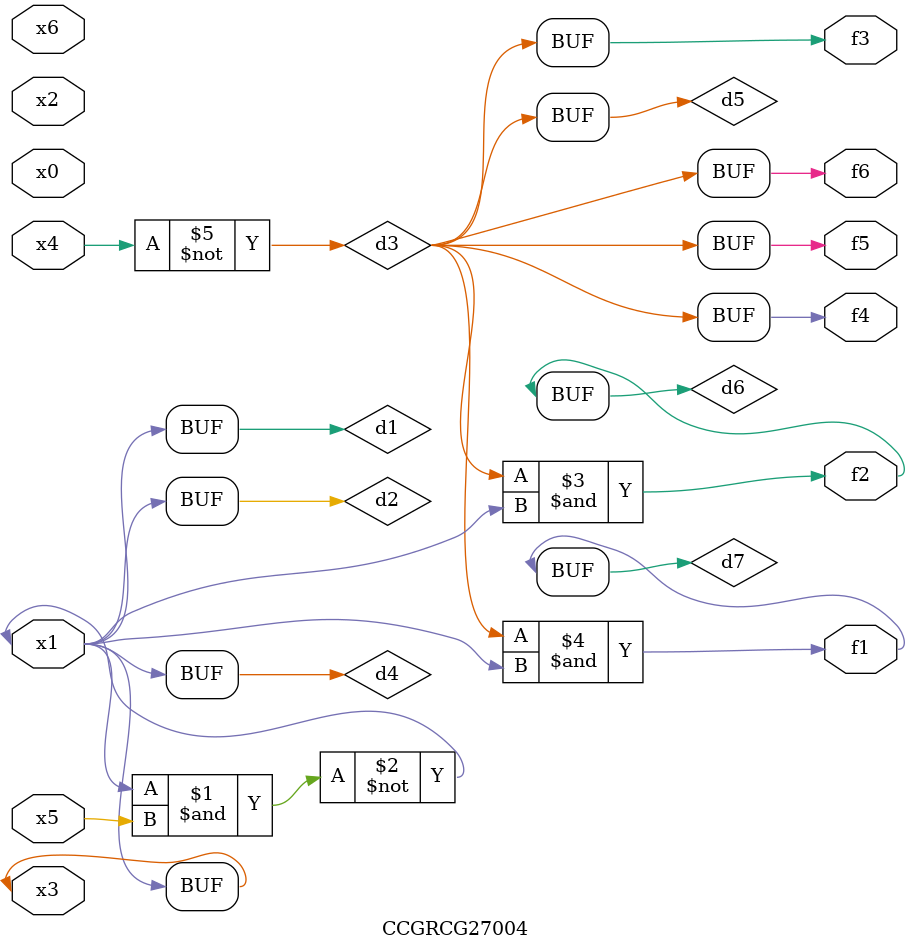
<source format=v>
module CCGRCG27004(
	input x0, x1, x2, x3, x4, x5, x6,
	output f1, f2, f3, f4, f5, f6
);

	wire d1, d2, d3, d4, d5, d6, d7;

	buf (d1, x1, x3);
	nand (d2, x1, x5);
	not (d3, x4);
	buf (d4, d1, d2);
	buf (d5, d3);
	and (d6, d3, d4);
	and (d7, d3, d4);
	assign f1 = d7;
	assign f2 = d6;
	assign f3 = d5;
	assign f4 = d5;
	assign f5 = d5;
	assign f6 = d5;
endmodule

</source>
